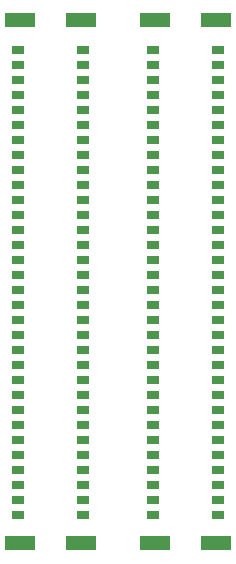
<source format=gtp>
G04 #@! TF.FileFunction,Paste,Top*
%FSLAX46Y46*%
G04 Gerber Fmt 4.6, Leading zero omitted, Abs format (unit mm)*
G04 Created by KiCad (PCBNEW 4.0.4-stable) date 12/05/16 22:10:46*
%MOMM*%
%LPD*%
G01*
G04 APERTURE LIST*
%ADD10C,0.150000*%
%ADD11R,1.100000X0.800000*%
%ADD12R,2.500000X1.200000*%
G04 APERTURE END LIST*
D10*
D11*
X13070000Y-43290000D03*
X18570000Y-43290000D03*
X13070000Y-42020000D03*
X18570000Y-42020000D03*
X13070000Y-40750000D03*
X18570000Y-40750000D03*
X13070000Y-39480000D03*
X18570000Y-39480000D03*
X13070000Y-38210000D03*
X18570000Y-38210000D03*
X13070000Y-36940000D03*
X18570000Y-36940000D03*
X13070000Y-35670000D03*
X18570000Y-35670000D03*
X13070000Y-34400000D03*
X18570000Y-34400000D03*
X13070000Y-33130000D03*
X18570000Y-33130000D03*
X13070000Y-31860000D03*
X18570000Y-31860000D03*
X13070000Y-30590000D03*
X18570000Y-30590000D03*
X13070000Y-29320000D03*
X18570000Y-29320000D03*
X13070000Y-28050000D03*
X18570000Y-28050000D03*
X13070000Y-26780000D03*
X18570000Y-26780000D03*
X13070000Y-25510000D03*
X18570000Y-25510000D03*
X13070000Y-24240000D03*
X18570000Y-24240000D03*
X13070000Y-22970000D03*
X18570000Y-22970000D03*
X13070000Y-21700000D03*
X18570000Y-21700000D03*
X13070000Y-20430000D03*
X18570000Y-20430000D03*
X13070000Y-19160000D03*
X18570000Y-19160000D03*
X13070000Y-17890000D03*
X18570000Y-17890000D03*
X13070000Y-16620000D03*
X18570000Y-16620000D03*
X13070000Y-15350000D03*
X18570000Y-15350000D03*
X13070000Y-14080000D03*
X18570000Y-14080000D03*
X13070000Y-12810000D03*
X18570000Y-12810000D03*
X13070000Y-11540000D03*
X18570000Y-11540000D03*
X13070000Y-10270000D03*
X18570000Y-10270000D03*
X13070000Y-9000000D03*
X18570000Y-9000000D03*
X13070000Y-7730000D03*
X18570000Y-7730000D03*
X13070000Y-6460000D03*
X18570000Y-6460000D03*
X13070000Y-5190000D03*
X18570000Y-5190000D03*
X13070000Y-3920000D03*
X18570000Y-3920000D03*
D12*
X13270000Y-1410000D03*
X18370000Y-1410000D03*
X13270000Y-45700000D03*
X18370000Y-45700000D03*
D11*
X1640000Y-43290000D03*
X7140000Y-43290000D03*
X1640000Y-42020000D03*
X7140000Y-42020000D03*
X1640000Y-40750000D03*
X7140000Y-40750000D03*
X1640000Y-39480000D03*
X7140000Y-39480000D03*
X1640000Y-38210000D03*
X7140000Y-38210000D03*
X1640000Y-36940000D03*
X7140000Y-36940000D03*
X1640000Y-35670000D03*
X7140000Y-35670000D03*
X1640000Y-34400000D03*
X7140000Y-34400000D03*
X1640000Y-33130000D03*
X7140000Y-33130000D03*
X1640000Y-31860000D03*
X7140000Y-31860000D03*
X1640000Y-30590000D03*
X7140000Y-30590000D03*
X1640000Y-29320000D03*
X7140000Y-29320000D03*
X1640000Y-28050000D03*
X7140000Y-28050000D03*
X1640000Y-26780000D03*
X7140000Y-26780000D03*
X1640000Y-25510000D03*
X7140000Y-25510000D03*
X1640000Y-24240000D03*
X7140000Y-24240000D03*
X1640000Y-22970000D03*
X7140000Y-22970000D03*
X1640000Y-21700000D03*
X7140000Y-21700000D03*
X1640000Y-20430000D03*
X7140000Y-20430000D03*
X1640000Y-19160000D03*
X7140000Y-19160000D03*
X1640000Y-17890000D03*
X7140000Y-17890000D03*
X1640000Y-16620000D03*
X7140000Y-16620000D03*
X1640000Y-15350000D03*
X7140000Y-15350000D03*
X1640000Y-14080000D03*
X7140000Y-14080000D03*
X1640000Y-12810000D03*
X7140000Y-12810000D03*
X1640000Y-11540000D03*
X7140000Y-11540000D03*
X1640000Y-10270000D03*
X7140000Y-10270000D03*
X1640000Y-9000000D03*
X7140000Y-9000000D03*
X1640000Y-7730000D03*
X7140000Y-7730000D03*
X1640000Y-6460000D03*
X7140000Y-6460000D03*
X1640000Y-5190000D03*
X7140000Y-5190000D03*
X1640000Y-3920000D03*
X7140000Y-3920000D03*
D12*
X1840000Y-1410000D03*
X6940000Y-1410000D03*
X1840000Y-45700000D03*
X6940000Y-45700000D03*
M02*

</source>
